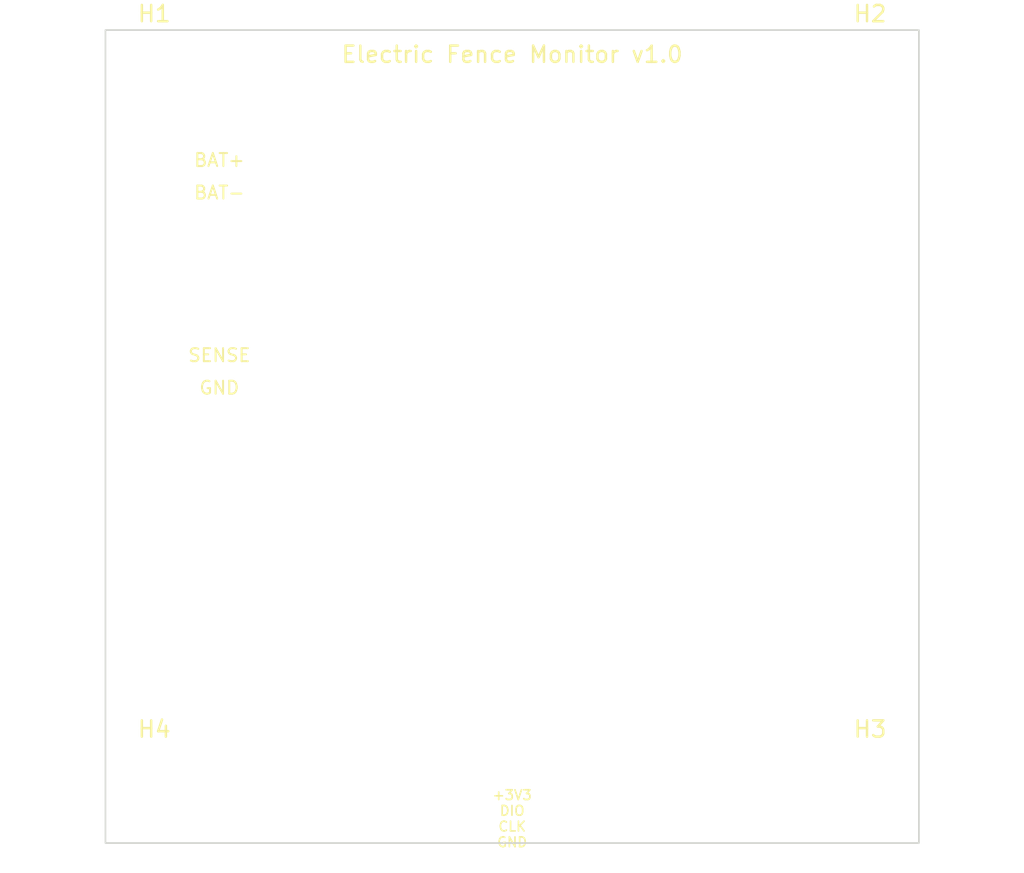
<source format=kicad_pcb>
(kicad_pcb (version 20240108) (generator "pcbnew") (generator_version "8.0")
  (layers (0 "F.Cu" signal) (31 "B.Cu" signal) (34 "B.Paste" user) (35 "F.Paste" user) (36 "B.SilkS" user "B.Silkscreen") (37 "F.SilkS" user "F.Silkscreen") (38 "B.Mask" user) (39 "F.Mask" user) (44 "Edge.Cuts" user))
  (net 0 "")
  (net 1 "GND")
  (net 2 "+3V3")
  (net 3 "BAT+")
  (net 4 "VBAT_SENSE")
  (net 5 "PULSE_SIGNAL")
  (net 6 "ANT")
  (net 7 "SPI_MOSI")
  (net 8 "SPI_MISO")
  (net 9 "SPI_SCK")
  (net 10 "SPI_NSS")
  (net 11 "LORA_DIO0")
  (net 12 "LORA_RESET")
  (net 13 "SWDIO")
  (net 14 "SWCLK")
  (net 15 "SENSE_PLATE")
  (footprint "MountingHole:MountingHole_3.2mm_M3" (layer "F.Cu") (at 3 3)
    (fp_text reference "H1" (at 0 -4) (layer "F.SilkS"))
    (fp_text value "MountingHole_3.2mm_M3")
    (pad "" np_thru_hole circle (at 0 0) (size 3.2 3.2) (drill 3.2) (layers "*.Cu" "*.Mask"))
  )
  (footprint "MountingHole:MountingHole_3.2mm_M3" (layer "F.Cu") (at 47 3)
    (fp_text reference "H2" (at 0 -4) (layer "F.SilkS"))
    (fp_text value "MountingHole_3.2mm_M3")
    (pad "" np_thru_hole circle (at 0 0) (size 3.2 3.2) (drill 3.2) (layers "*.Cu" "*.Mask"))
  )
  (footprint "MountingHole:MountingHole_3.2mm_M3" (layer "F.Cu") (at 47 47)
    (fp_text reference "H3" (at 0 -4) (layer "F.SilkS"))
    (fp_text value "MountingHole_3.2mm_M3")
    (pad "" np_thru_hole circle (at 0 0) (size 3.2 3.2) (drill 3.2) (layers "*.Cu" "*.Mask"))
  )
  (footprint "MountingHole:MountingHole_3.2mm_M3" (layer "F.Cu") (at 3 47)
    (fp_text reference "H4" (at 0 -4) (layer "F.SilkS"))
    (fp_text value "MountingHole_3.2mm_M3")
    (pad "" np_thru_hole circle (at 0 0) (size 3.2 3.2) (drill 3.2) (layers "*.Cu" "*.Mask"))
  )
  (gr_rect (start 0 0) (end 50 50) (stroke (width 0.1)) (fill none) (layer "Edge.Cuts"))
  (gr_text "Electric Fence Monitor v1.0" (at 25 1.5) (layer "F.SilkS") (effects (font (size 1 1))))
  (gr_text "BAT+" (at 7 8) (layer "F.SilkS") (effects (font (size 0.8 0.8) (thickness 0.12))))
  (gr_text "BAT-" (at 7 10) (layer "F.SilkS") (effects (font (size 0.8 0.8) (thickness 0.12))))
  (gr_text "SENSE" (at 7 20) (layer "F.SilkS") (effects (font (size 0.8 0.8) (thickness 0.12))))
  (gr_text "GND" (at 7 22) (layer "F.SilkS") (effects (font (size 0.8 0.8) (thickness 0.12))))
  (gr_text "+3V3\nDIO\nCLK\nGND" (at 25 48.5) (layer "F.SilkS") (effects (font (size 0.6 0.6) (thickness 0.1))))
)
</source>
